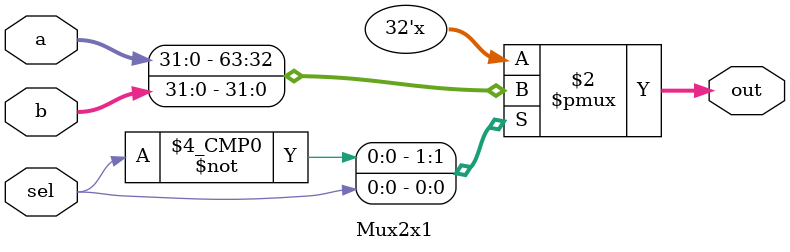
<source format=v>
`timescale 1ns / 1ps


module Mux2x1 #(parameter N = 32) (input [N-1:0] a, input [N-1:0] b,
input sel, output reg [N-1:0] out);

always@(*) begin
  case(sel)
  1'b0: out = a;
  1'b1: out = b;
  endcase
end
endmodule
</source>
